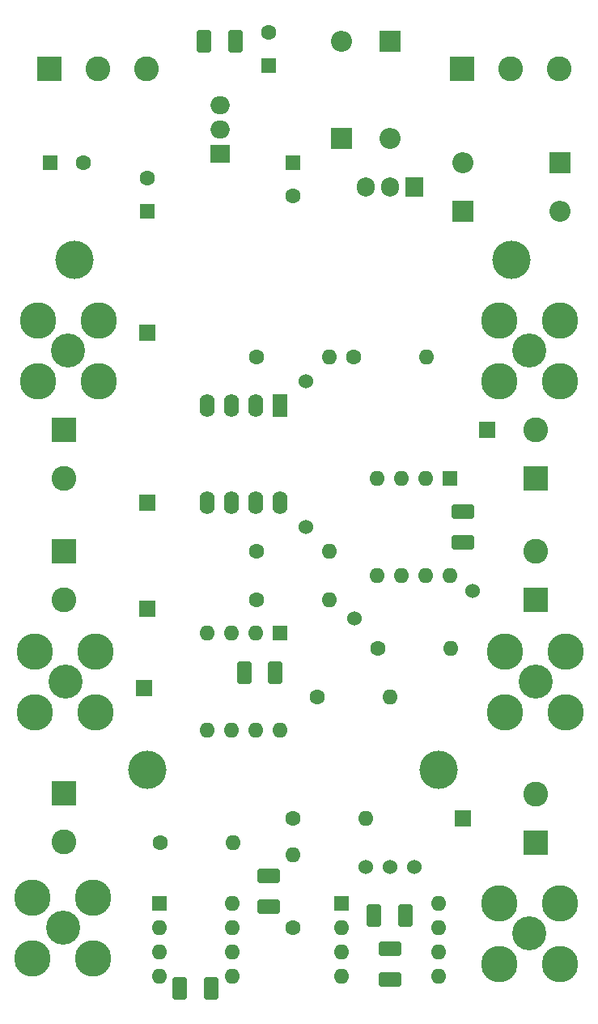
<source format=gbr>
%TF.GenerationSoftware,KiCad,Pcbnew,(6.0.9)*%
%TF.CreationDate,2024-03-02T11:40:50+05:30*%
%TF.ProjectId,CT_2.0.0,43545f32-2e30-42e3-902e-6b696361645f,rev?*%
%TF.SameCoordinates,Original*%
%TF.FileFunction,Soldermask,Bot*%
%TF.FilePolarity,Negative*%
%FSLAX46Y46*%
G04 Gerber Fmt 4.6, Leading zero omitted, Abs format (unit mm)*
G04 Created by KiCad (PCBNEW (6.0.9)) date 2024-03-02 11:40:50*
%MOMM*%
%LPD*%
G01*
G04 APERTURE LIST*
G04 Aperture macros list*
%AMRoundRect*
0 Rectangle with rounded corners*
0 $1 Rounding radius*
0 $2 $3 $4 $5 $6 $7 $8 $9 X,Y pos of 4 corners*
0 Add a 4 corners polygon primitive as box body*
4,1,4,$2,$3,$4,$5,$6,$7,$8,$9,$2,$3,0*
0 Add four circle primitives for the rounded corners*
1,1,$1+$1,$2,$3*
1,1,$1+$1,$4,$5*
1,1,$1+$1,$6,$7*
1,1,$1+$1,$8,$9*
0 Add four rect primitives between the rounded corners*
20,1,$1+$1,$2,$3,$4,$5,0*
20,1,$1+$1,$4,$5,$6,$7,0*
20,1,$1+$1,$6,$7,$8,$9,0*
20,1,$1+$1,$8,$9,$2,$3,0*%
G04 Aperture macros list end*
%ADD10R,2.600000X2.600000*%
%ADD11C,2.600000*%
%ADD12C,1.600000*%
%ADD13O,1.600000X1.600000*%
%ADD14C,3.556000*%
%ADD15C,3.810000*%
%ADD16R,1.600000X1.600000*%
%ADD17C,1.524000*%
%ADD18R,1.600000X2.400000*%
%ADD19O,1.600000X2.400000*%
%ADD20C,4.000000*%
%ADD21R,1.700000X1.700000*%
%ADD22R,1.905000X2.000000*%
%ADD23O,1.905000X2.000000*%
%ADD24R,2.000000X1.905000*%
%ADD25O,2.000000X1.905000*%
%ADD26R,2.200000X2.200000*%
%ADD27O,2.200000X2.200000*%
%ADD28RoundRect,0.250001X-0.499999X-0.924999X0.499999X-0.924999X0.499999X0.924999X-0.499999X0.924999X0*%
%ADD29RoundRect,0.250001X0.924999X-0.499999X0.924999X0.499999X-0.924999X0.499999X-0.924999X-0.499999X0*%
%ADD30RoundRect,0.250001X0.499999X0.924999X-0.499999X0.924999X-0.499999X-0.924999X0.499999X-0.924999X0*%
G04 APERTURE END LIST*
D10*
%TO.C,J7*%
X76195000Y-51105000D03*
D11*
X81275000Y-51105000D03*
X86355000Y-51105000D03*
%TD*%
D12*
%TO.C,R7*%
X101600000Y-129540000D03*
D13*
X109220000Y-129540000D03*
%TD*%
D12*
%TO.C,R6*%
X104140000Y-116840000D03*
D13*
X111760000Y-116840000D03*
%TD*%
D14*
%TO.C,J5*%
X77825000Y-115240000D03*
D15*
X74650000Y-112065000D03*
X81000000Y-112065000D03*
X74650000Y-118415000D03*
X81000000Y-118415000D03*
%TD*%
D16*
%TO.C,C3*%
X76200000Y-60960000D03*
D12*
X79700000Y-60960000D03*
%TD*%
D16*
%TO.C,C1*%
X101600000Y-60960000D03*
D12*
X101600000Y-64460000D03*
%TD*%
D17*
%TO.C,U8*%
X120424700Y-105785873D03*
X108050200Y-108642751D03*
%TD*%
D14*
%TO.C,J4*%
X77561500Y-140980000D03*
D15*
X80736500Y-144155000D03*
X80736500Y-137805000D03*
X74386500Y-137805000D03*
X74386500Y-144155000D03*
%TD*%
D12*
%TO.C,R5*%
X97790000Y-106680000D03*
D13*
X105410000Y-106680000D03*
%TD*%
D17*
%TO.C,U9*%
X103000000Y-99060000D03*
X103000000Y-83820000D03*
%TD*%
D16*
%TO.C,C4*%
X86360000Y-66040000D03*
D12*
X86360000Y-62540000D03*
%TD*%
D18*
%TO.C,U1*%
X100320000Y-86365000D03*
D19*
X97780000Y-86365000D03*
X95240000Y-86365000D03*
X92700000Y-86365000D03*
X92700000Y-96525000D03*
X95240000Y-96525000D03*
X97780000Y-96525000D03*
X100320000Y-96525000D03*
%TD*%
D12*
%TO.C,R9*%
X110490000Y-111760000D03*
D13*
X118110000Y-111760000D03*
%TD*%
D14*
%TO.C,J3*%
X78105000Y-80645000D03*
D15*
X74930000Y-83820000D03*
X81280000Y-77470000D03*
X74930000Y-77470000D03*
X81280000Y-83820000D03*
%TD*%
D16*
%TO.C,U6*%
X106751500Y-138440000D03*
D13*
X106751500Y-140980000D03*
X106751500Y-143520000D03*
X106751500Y-146060000D03*
X116911500Y-146060000D03*
X116911500Y-143520000D03*
X116911500Y-140980000D03*
X116911500Y-138440000D03*
%TD*%
D20*
%TO.C,*%
X86360000Y-124460000D03*
%TD*%
D10*
%TO.C,J1*%
X119375000Y-51105000D03*
D11*
X124455000Y-51105000D03*
X129535000Y-51105000D03*
%TD*%
D16*
%TO.C,U3*%
X100320000Y-110140000D03*
D13*
X97780000Y-110140000D03*
X95240000Y-110140000D03*
X92700000Y-110140000D03*
X92700000Y-120300000D03*
X95240000Y-120300000D03*
X97780000Y-120300000D03*
X100320000Y-120300000D03*
%TD*%
D21*
%TO.C,TP5*%
X86360000Y-107620000D03*
%TD*%
D16*
%TO.C,U7*%
X118100000Y-93960000D03*
D13*
X115560000Y-93960000D03*
X113020000Y-93960000D03*
X110480000Y-93960000D03*
X110480000Y-104120000D03*
X113020000Y-104120000D03*
X115560000Y-104120000D03*
X118100000Y-104120000D03*
%TD*%
D21*
%TO.C,TP1*%
X86360000Y-96520000D03*
%TD*%
D14*
%TO.C,J9*%
X127000000Y-115240000D03*
D15*
X130175000Y-112065000D03*
X123825000Y-112065000D03*
X130175000Y-118415000D03*
X123825000Y-118415000D03*
%TD*%
D16*
%TO.C,U2*%
X87640000Y-138440000D03*
D13*
X87640000Y-140980000D03*
X87640000Y-143520000D03*
X87640000Y-146060000D03*
X95260000Y-146060000D03*
X95260000Y-143520000D03*
X95260000Y-140980000D03*
X95260000Y-138440000D03*
%TD*%
D21*
%TO.C,TP4*%
X86360000Y-78740000D03*
%TD*%
D20*
%TO.C,*%
X116840000Y-124460000D03*
%TD*%
D12*
%TO.C,R1*%
X87721500Y-132080000D03*
D13*
X95341500Y-132080000D03*
%TD*%
D22*
%TO.C,U4*%
X114300000Y-63500000D03*
D23*
X111760000Y-63500000D03*
X109220000Y-63500000D03*
%TD*%
D12*
%TO.C,R4*%
X97790000Y-101600000D03*
D13*
X105410000Y-101600000D03*
%TD*%
D21*
%TO.C,TP3*%
X86080000Y-115875000D03*
%TD*%
D14*
%TO.C,J10*%
X126365000Y-80645000D03*
D15*
X129540000Y-83820000D03*
X129540000Y-77470000D03*
X123190000Y-77470000D03*
X123190000Y-83820000D03*
%TD*%
D12*
%TO.C,R3*%
X97790000Y-81280000D03*
D13*
X105410000Y-81280000D03*
%TD*%
D21*
%TO.C,TP6*%
X119380000Y-129540000D03*
%TD*%
D20*
%TO.C,REF\u002A\u002A*%
X78740000Y-71120000D03*
%TD*%
%TO.C,*%
X124460000Y-71120000D03*
%TD*%
D12*
%TO.C,R8*%
X107950000Y-81280000D03*
D13*
X115570000Y-81280000D03*
%TD*%
D14*
%TO.C,J6*%
X126365000Y-141605000D03*
D15*
X123190000Y-144780000D03*
X129540000Y-138430000D03*
X129540000Y-144780000D03*
X123190000Y-138430000D03*
%TD*%
D12*
%TO.C,R2*%
X101600000Y-140970000D03*
D13*
X101600000Y-133350000D03*
%TD*%
D24*
%TO.C,U5*%
X93980000Y-60000000D03*
D25*
X93980000Y-57460000D03*
X93980000Y-54920000D03*
%TD*%
D21*
%TO.C,TP8*%
X121920000Y-88900000D03*
%TD*%
D16*
%TO.C,C2*%
X99060000Y-50800000D03*
D12*
X99060000Y-47300000D03*
%TD*%
D10*
%TO.C,J12*%
X77680000Y-101590000D03*
D11*
X77680000Y-106670000D03*
%TD*%
D17*
%TO.C,RV1*%
X114300000Y-134620000D03*
X111760000Y-134620000D03*
X109220000Y-134620000D03*
%TD*%
D26*
%TO.C,D1*%
X106680000Y-58420000D03*
D27*
X106680000Y-48260000D03*
%TD*%
D10*
%TO.C,J14*%
X77680000Y-88890000D03*
D11*
X77680000Y-93970000D03*
%TD*%
D10*
%TO.C,J2*%
X127000000Y-132080000D03*
D11*
X127000000Y-127000000D03*
%TD*%
D26*
%TO.C,D3*%
X119380000Y-66040000D03*
D27*
X129540000Y-66040000D03*
%TD*%
D10*
%TO.C,J15*%
X127000000Y-93980000D03*
D11*
X127000000Y-88900000D03*
%TD*%
D28*
%TO.C,C15*%
X96520000Y-114300000D03*
X99770000Y-114300000D03*
%TD*%
D26*
%TO.C,D4*%
X129540000Y-60960000D03*
D27*
X119380000Y-60960000D03*
%TD*%
D28*
%TO.C,C12*%
X92355000Y-48260000D03*
X95605000Y-48260000D03*
%TD*%
D26*
%TO.C,D2*%
X111760000Y-48260000D03*
D27*
X111760000Y-58420000D03*
%TD*%
D28*
%TO.C,C11*%
X89815000Y-147320000D03*
X93065000Y-147320000D03*
%TD*%
D29*
%TO.C,C6*%
X99060000Y-138785000D03*
X99060000Y-135535000D03*
%TD*%
%TO.C,C5*%
X119380000Y-100685000D03*
X119380000Y-97435000D03*
%TD*%
%TO.C,C14*%
X111760000Y-146405000D03*
X111760000Y-143155000D03*
%TD*%
D10*
%TO.C,J11*%
X77680000Y-126908500D03*
D11*
X77680000Y-131988500D03*
%TD*%
D30*
%TO.C,C9*%
X113385000Y-139700000D03*
X110135000Y-139700000D03*
%TD*%
D10*
%TO.C,J13*%
X127000000Y-106680000D03*
D11*
X127000000Y-101600000D03*
%TD*%
M02*

</source>
